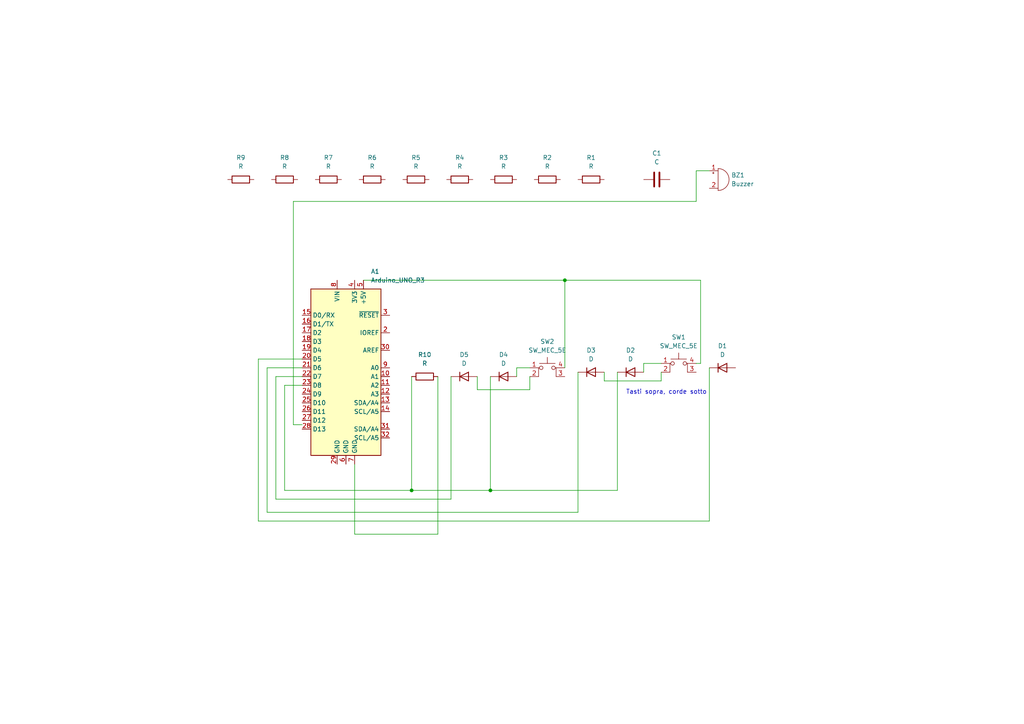
<source format=kicad_sch>
(kicad_sch (version 20250114) (generator "eeschema") (generator_version "9.0")
  (paper "A4")
  (lib_symbols
    (symbol "Device:Buzzer" (pin_names (offset 0.0254) (hide yes))
      (property "Reference" "BZ" (at 3.81 1.27 0))
      (property "Value" "Buzzer" (at 3.81 -1.27 0))
      (symbol "Buzzer_0_1"
        (polyline (pts (xy -1.651 1.905) (xy -1.143 1.905)))
        (polyline (pts (xy -1.397 2.159) (xy -1.397 1.651)))
        (arc (start 0 3.175) (mid 3.1612 0) (end 0 -3.175))
        (polyline (pts (xy 0 3.175) (xy 0 -3.175)))
      )
      (symbol "Buzzer_1_1"
        (pin passive line (at -2.54 2.54 0) (length 2.54) (name "+") (number "1"))
        (pin passive line (at -2.54 -2.54 0) (length 2.54) (name "-") (number "2"))
      )
    )
    (symbol "Device:C" (pin_numbers (hide yes)) (pin_names (offset 0.254))
      (property "Reference" "C" (at 0.635 2.54 0))
      (property "Value" "C" (at 0.635 -2.54 0))
      (symbol "C_0_1"
        (polyline (pts (xy -2.032 0.762) (xy 2.032 0.762)) (stroke (width 0.508)))
        (polyline (pts (xy -2.032 -0.762) (xy 2.032 -0.762)) (stroke (width 0.508)))
      )
      (symbol "C_1_1"
        (pin passive line (at 0 3.81 270) (length 2.794) (name "~") (number "1"))
        (pin passive line (at 0 -3.81 90) (length 2.794) (name "~") (number "2"))
      )
    )
    (symbol "Device:D" (pin_numbers (hide yes)) (pin_names (offset 1.016) (hide yes))
      (property "Reference" "D" (at 0 2.54 0))
      (property "Value" "D" (at 0 -2.54 0))
      (symbol "D_0_1"
        (polyline (pts (xy -1.27 1.27) (xy -1.27 -1.27)) (stroke (width 0.254)))
        (polyline (pts (xy 1.27 1.27) (xy 1.27 -1.27) (xy -1.27 0) (xy 1.27 1.27)) (stroke (width 0.254)))
        (polyline (pts (xy 1.27 0) (xy -1.27 0)))
      )
      (symbol "D_1_1"
        (pin passive line (at -3.81 0 0) (length 2.54) (name "K") (number "1"))
        (pin passive line (at 3.81 0 180) (length 2.54) (name "A") (number "2"))
      )
    )
    (symbol "Device:R" (pin_numbers (hide yes)) (pin_names (offset 0))
      (property "Reference" "R" (at 2.032 0 90))
      (property "Value" "R" (at 0 0 90))
      (symbol "R_0_1"
        (rectangle (start -1.016 -2.54) (end 1.016 2.54) (stroke (width 0.254)))
      )
      (symbol "R_1_1"
        (pin passive line (at 0 3.81 270) (length 1.27) (name "~") (number "1"))
        (pin passive line (at 0 -3.81 90) (length 1.27) (name "~") (number "2"))
      )
    )
    (symbol "MCU_Module:Arduino_UNO_R3"
      (property "Reference" "A" (at -10.16 23.495 0))
      (property "Value" "Arduino_UNO_R3" (at 5.08 -26.67 0))
      (symbol "Arduino_UNO_R3_0_1"
        (rectangle (start -10.16 22.86) (end 10.16 -25.4) (stroke (width 0.254)) (fill (type background)))
      )
      (symbol "Arduino_UNO_R3_1_1"
        (pin bidirectional line (at -12.7 15.24 0) (length 2.54) (name "D0/RX") (number "15"))
        (pin bidirectional line (at -12.7 12.7 0) (length 2.54) (name "D1/TX") (number "16"))
        (pin bidirectional line (at -12.7 10.16 0) (length 2.54) (name "D2") (number "17"))
        (pin bidirectional line (at -12.7 7.62 0) (length 2.54) (name "D3") (number "18"))
        (pin bidirectional line (at -12.7 5.08 0) (length 2.54) (name "D4") (number "19"))
        (pin bidirectional line (at -12.7 2.54 0) (length 2.54) (name "D5") (number "20"))
        (pin bidirectional line (at -12.7 0 0) (length 2.54) (name "D6") (number "21"))
        (pin bidirectional line (at -12.7 -2.54 0) (length 2.54) (name "D7") (number "22"))
        (pin bidirectional line (at -12.7 -5.08 0) (length 2.54) (name "D8") (number "23"))
        (pin bidirectional line (at -12.7 -7.62 0) (length 2.54) (name "D9") (number "24"))
        (pin bidirectional line (at -12.7 -10.16 0) (length 2.54) (name "D10") (number "25"))
        (pin bidirectional line (at -12.7 -12.7 0) (length 2.54) (name "D11") (number "26"))
        (pin bidirectional line (at -12.7 -15.24 0) (length 2.54) (name "D12") (number "27"))
        (pin bidirectional line (at -12.7 -17.78 0) (length 2.54) (name "D13") (number "28"))
        (pin no_connect line (at -10.16 -20.32 0) (length 2.54) (hide yes) (name "NC") (number "1"))
        (pin power_in line (at -2.54 25.4 270) (length 2.54) (name "VIN") (number "8"))
        (pin power_in line (at -2.54 -27.94 90) (length 2.54) (name "GND") (number "29"))
        (pin power_in line (at 0 -27.94 90) (length 2.54) (name "GND") (number "6"))
        (pin power_out line (at 2.54 25.4 270) (length 2.54) (name "3V3") (number "4"))
        (pin power_in line (at 2.54 -27.94 90) (length 2.54) (name "GND") (number "7"))
        (pin power_out line (at 5.08 25.4 270) (length 2.54) (name "+5V") (number "5"))
        (pin input line (at 12.7 15.24 180) (length 2.54) (name "~{RESET}") (number "3"))
        (pin output line (at 12.7 10.16 180) (length 2.54) (name "IOREF") (number "2"))
        (pin input line (at 12.7 5.08 180) (length 2.54) (name "AREF") (number "30"))
        (pin bidirectional line (at 12.7 0 180) (length 2.54) (name "A0") (number "9"))
        (pin bidirectional line (at 12.7 -2.54 180) (length 2.54) (name "A1") (number "10"))
        (pin bidirectional line (at 12.7 -5.08 180) (length 2.54) (name "A2") (number "11"))
        (pin bidirectional line (at 12.7 -7.62 180) (length 2.54) (name "A3") (number "12"))
        (pin bidirectional line (at 12.7 -10.16 180) (length 2.54) (name "SDA/A4") (number "13"))
        (pin bidirectional line (at 12.7 -12.7 180) (length 2.54) (name "SCL/A5") (number "14"))
        (pin bidirectional line (at 12.7 -17.78 180) (length 2.54) (name "SDA/A4") (number "31"))
        (pin bidirectional line (at 12.7 -20.32 180) (length 2.54) (name "SCL/A5") (number "32"))
      )
    )
    (symbol "Switch:SW_MEC_5E" (pin_names (offset 1.016) (hide yes))
      (property "Reference" "SW" (at 0.635 5.715 0))
      (property "Value" "SW_MEC_5E" (at 0 -3.175 0))
      (symbol "SW_MEC_5E_0_1"
        (polyline (pts (xy -2.54 0) (xy -2.54 2.54) (xy -2.286 2.54)))
        (polyline (pts (xy -2.286 3.81) (xy 2.286 3.81)))
        (circle (center -1.778 2.54) (radius 0.508))
        (polyline (pts (xy 0 3.81) (xy 0 5.588)))
        (circle (center 1.778 2.54) (radius 0.508))
        (polyline (pts (xy 2.54 0) (xy 2.54 2.54) (xy 2.286 2.54)))
        (pin passive line (at -5.08 2.54 0) (length 2.54) (name "1") (number "1"))
        (pin passive line (at -5.08 0 0) (length 2.54) (name "2") (number "2"))
        (pin passive line (at 5.08 2.54 180) (length 2.54) (name "A") (number "4"))
        (pin passive line (at 5.08 0 180) (length 2.54) (name "K") (number "3"))
      )
    )
  )
  (text "Tasti sopra, corde sotto" (at 193.294 113.792 0) (effects (font (size 1.27 1.27))))
  (junction (at 119.38 142.24))
  (junction (at 163.83 81.28))
  (junction (at 142.24 142.24))
  (wire (pts (xy 130.81 109.22) (xy 130.81 144.78)))
  (wire (pts (xy 153.67 109.22) (xy 153.67 113.03)))
  (wire (pts (xy 82.55 111.76) (xy 87.63 111.76)))
  (wire (pts (xy 85.09 123.19) (xy 85.09 58.42)))
  (wire (pts (xy 119.38 142.24) (xy 82.55 142.24)))
  (wire (pts (xy 119.38 142.24) (xy 142.24 142.24)))
  (wire (pts (xy 167.64 148.59) (xy 167.64 107.95)))
  (wire (pts (xy 138.43 109.22) (xy 138.43 113.03)))
  (wire (pts (xy 191.77 105.41) (xy 186.69 105.41)))
  (wire (pts (xy 186.69 105.41) (xy 186.69 107.95)))
  (wire (pts (xy 85.09 58.42) (xy 201.93 58.42)))
  (wire (pts (xy 163.83 81.28) (xy 163.83 106.68)))
  (wire (pts (xy 203.2 105.41) (xy 201.93 105.41)))
  (wire (pts (xy 82.55 142.24) (xy 82.55 111.76)))
  (wire (pts (xy 87.63 106.68) (xy 77.47 106.68)))
  (wire (pts (xy 77.47 106.68) (xy 77.47 148.59)))
  (wire (pts (xy 127 154.94) (xy 127 109.22)))
  (wire (pts (xy 201.93 49.53) (xy 205.74 49.53)))
  (wire (pts (xy 87.63 104.14) (xy 74.93 104.14)))
  (wire (pts (xy 74.93 151.13) (xy 205.74 151.13)))
  (wire (pts (xy 163.83 81.28) (xy 203.2 81.28)))
  (wire (pts (xy 102.87 154.94) (xy 127 154.94)))
  (wire (pts (xy 191.77 107.95) (xy 191.77 110.49)))
  (wire (pts (xy 102.87 134.62) (xy 102.87 154.94)))
  (wire (pts (xy 205.74 151.13) (xy 205.74 106.68)))
  (wire (pts (xy 105.41 81.28) (xy 163.83 81.28)))
  (wire (pts (xy 179.07 142.24) (xy 179.07 107.95)))
  (wire (pts (xy 175.26 110.49) (xy 175.26 107.95)))
  (wire (pts (xy 77.47 148.59) (xy 167.64 148.59)))
  (wire (pts (xy 201.93 49.53) (xy 201.93 58.42)))
  (wire (pts (xy 149.86 106.68) (xy 149.86 109.22)))
  (wire (pts (xy 203.2 81.28) (xy 203.2 105.41)))
  (wire (pts (xy 191.77 110.49) (xy 175.26 110.49)))
  (wire (pts (xy 74.93 104.14) (xy 74.93 151.13)))
  (wire (pts (xy 153.67 113.03) (xy 138.43 113.03)))
  (wire (pts (xy 142.24 142.24) (xy 179.07 142.24)))
  (wire (pts (xy 142.24 142.24) (xy 142.24 109.22)))
  (wire (pts (xy 130.81 144.78) (xy 80.01 144.78)))
  (wire (pts (xy 80.01 109.22) (xy 87.63 109.22)))
  (wire (pts (xy 80.01 144.78) (xy 80.01 109.22)))
  (wire (pts (xy 119.38 109.22) (xy 119.38 142.24)))
  (wire (pts (xy 87.63 123.19) (xy 85.09 123.19)))
  (wire (pts (xy 153.67 106.68) (xy 149.86 106.68)))
  (symbol (lib_id "Device:D") (at 134.62 109.22 0) (unit 1)
    (property "Reference" "D5" (at 134.62 102.87 0))
    (property "Value" "D" (at 134.62 105.41 0))
    (property "Description" "Diode" (effects (hide yes)))
    (property "Sim.Device" "D" (effects (hide yes)))
    (property "Sim.Pins" "1=K 2=A" (effects (hide yes)))
  )
  (symbol (lib_id "Device:C") (at 190.5 52.07 90) (unit 1)
    (property "Reference" "C1" (at 190.5 44.45 90))
    (property "Value" "C" (at 190.5 46.99 90))
    (property "Description" "Unpolarized capacitor" (effects (hide yes)))
  )
  (symbol (lib_id "Device:R") (at 95.25 52.07 90) (unit 1)
    (property "Reference" "R7" (at 95.25 45.72 90))
    (property "Value" "R" (at 95.25 48.26 90))
    (property "Description" "Resistor" (effects (hide yes)))
  )
  (symbol (lib_id "Device:D") (at 146.05 109.22 0) (unit 1)
    (property "Reference" "D4" (at 146.05 102.87 0))
    (property "Value" "D" (at 146.05 105.41 0))
    (property "Description" "Diode" (effects (hide yes)))
    (property "Sim.Device" "D" (effects (hide yes)))
    (property "Sim.Pins" "1=K 2=A" (effects (hide yes)))
  )
  (symbol (lib_id "Device:Buzzer") (at 208.28 52.07 0) (unit 1)
    (property "Reference" "BZ1" (at 212.09 50.7999 0) (effects (justify left)))
    (property "Value" "Buzzer" (at 212.09 53.3399 0) (effects (justify left)))
    (property "Description" "Buzzer, polarized" (effects (hide yes)))
  )
  (symbol (lib_id "Device:R") (at 123.19 109.22 90) (unit 1)
    (property "Reference" "R10" (at 123.19 102.87 90))
    (property "Value" "R" (at 123.19 105.41 90))
    (property "Description" "Resistor" (effects (hide yes)))
  )
  (symbol (lib_id "Device:D") (at 171.45 107.95 0) (unit 1)
    (property "Reference" "D3" (at 171.45 101.6 0))
    (property "Value" "D" (at 171.45 104.14 0))
    (property "Description" "Diode" (effects (hide yes)))
    (property "Sim.Device" "D" (effects (hide yes)))
    (property "Sim.Pins" "1=K 2=A" (effects (hide yes)))
  )
  (symbol (lib_id "Device:R") (at 146.05 52.07 90) (unit 1)
    (property "Reference" "R3" (at 146.05 45.72 90))
    (property "Value" "R" (at 146.05 48.26 90))
    (property "Description" "Resistor" (effects (hide yes)))
  )
  (symbol (lib_id "Device:R") (at 133.35 52.07 90) (unit 1)
    (property "Reference" "R4" (at 133.35 45.72 90))
    (property "Value" "R" (at 133.35 48.26 90))
    (property "Description" "Resistor" (effects (hide yes)))
  )
  (symbol (lib_id "MCU_Module:Arduino_UNO_R3") (at 100.33 106.68 0) (unit 1)
    (property "Reference" "A1" (at 107.5533 78.74 0) (effects (justify left)))
    (property "Value" "Arduino_UNO_R3" (at 107.5533 81.28 0) (effects (justify left)))
    (property "Footprint" "Module:Arduino_UNO_R3" (effects (hide yes)))
    (property "Datasheet" "https://www.arduino.cc/en/Main/arduinoBoardUno" (effects (hide yes)))
    (property "Description" "Arduino UNO Microcontroller Module, release 3" (effects (hide yes)))
  )
  (symbol (lib_id "Switch:SW_MEC_5E") (at 196.85 107.95 0) (unit 1)
    (property "Reference" "SW1" (at 196.85 97.79 0))
    (property "Value" "SW_MEC_5E" (at 196.85 100.33 0))
    (property "Footprint" "Button_Switch_SMD:SW_MEC_5GSH9" (effects (hide yes)))
    (property "Datasheet" "http://www.apem.com/int/index.php?controller=attachment&id_attachment=1371" (effects (hide yes)))
    (property "Description" "MEC 5E single pole normally-open tactile switch" (effects (hide yes)))
  )
  (symbol (lib_id "Device:R") (at 82.55 52.07 90) (unit 1)
    (property "Reference" "R8" (at 82.55 45.72 90))
    (property "Value" "R" (at 82.55 48.26 90))
    (property "Description" "Resistor" (effects (hide yes)))
  )
  (symbol (lib_id "Device:R") (at 69.85 52.07 90) (unit 1)
    (property "Reference" "R9" (at 69.85 45.72 90))
    (property "Value" "R" (at 69.85 48.26 90))
    (property "Description" "Resistor" (effects (hide yes)))
  )
  (symbol (lib_id "Device:R") (at 158.75 52.07 90) (unit 1)
    (property "Reference" "R2" (at 158.75 45.72 90))
    (property "Value" "R" (at 158.75 48.26 90))
    (property "Description" "Resistor" (effects (hide yes)))
  )
  (symbol (lib_id "Switch:SW_MEC_5E") (at 158.75 109.22 0) (unit 1)
    (property "Reference" "SW2" (at 158.75 99.06 0))
    (property "Value" "SW_MEC_5E" (at 158.75 101.6 0))
    (property "Footprint" "Button_Switch_SMD:SW_MEC_5GSH9" (effects (hide yes)))
    (property "Datasheet" "http://www.apem.com/int/index.php?controller=attachment&id_attachment=1371" (effects (hide yes)))
    (property "Description" "MEC 5E single pole normally-open tactile switch" (effects (hide yes)))
  )
  (symbol (lib_id "Device:D") (at 182.88 107.95 0) (unit 1)
    (property "Reference" "D2" (at 182.88 101.6 0))
    (property "Value" "D" (at 182.88 104.14 0))
    (property "Description" "Diode" (effects (hide yes)))
    (property "Sim.Device" "D" (effects (hide yes)))
    (property "Sim.Pins" "1=K 2=A" (effects (hide yes)))
  )
  (symbol (lib_id "Device:R") (at 120.65 52.07 90) (unit 1)
    (property "Reference" "R5" (at 120.65 45.72 90))
    (property "Value" "R" (at 120.65 48.26 90))
    (property "Description" "Resistor" (effects (hide yes)))
  )
  (symbol (lib_id "Device:R") (at 171.45 52.07 90) (unit 1)
    (property "Reference" "R1" (at 171.45 45.72 90))
    (property "Value" "R" (at 171.45 48.26 90))
    (property "Description" "Resistor" (effects (hide yes)))
  )
  (symbol (lib_id "Device:R") (at 107.95 52.07 90) (unit 1)
    (property "Reference" "R6" (at 107.95 45.72 90))
    (property "Value" "R" (at 107.95 48.26 90))
    (property "Description" "Resistor" (effects (hide yes)))
  )
  (symbol (lib_id "Device:D") (at 209.55 106.68 0) (unit 1)
    (property "Reference" "D1" (at 209.55 100.33 0))
    (property "Value" "D" (at 209.55 102.87 0))
    (property "Description" "Diode" (effects (hide yes)))
    (property "Sim.Device" "D" (effects (hide yes)))
    (property "Sim.Pins" "1=K 2=A" (effects (hide yes)))
  )
)
</source>
